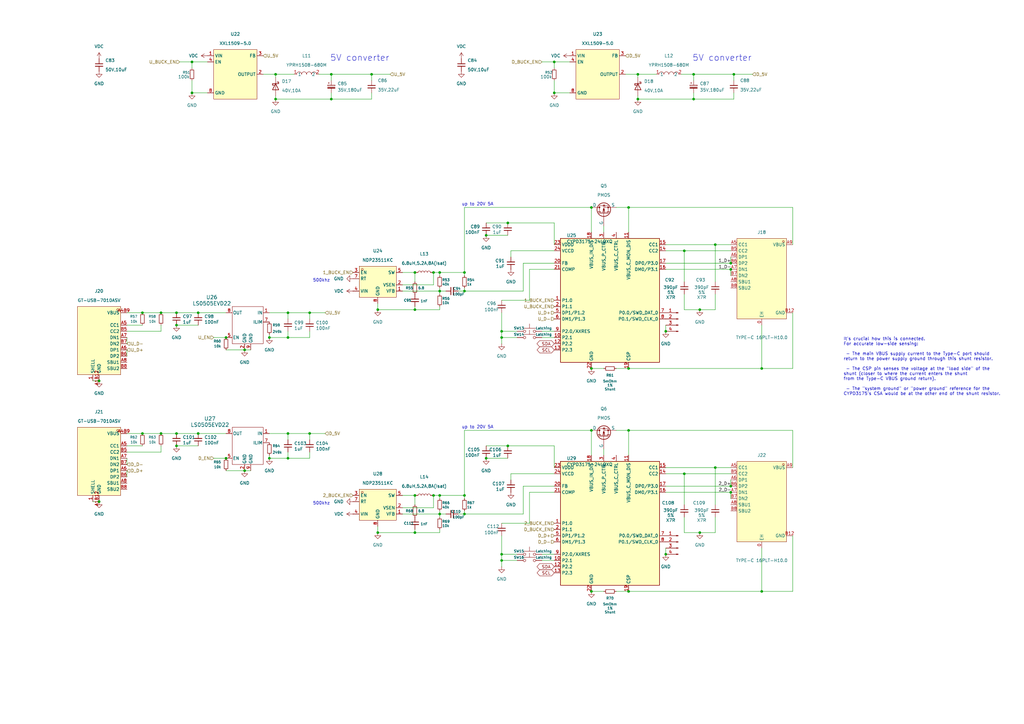
<source format=kicad_sch>
(kicad_sch (version 20250114) (generator "eeschema") (generator_version "9.0")
  (paper "A3")
  (text "up to 20V 5A" (at 202.438 175.26 0) (effects (font (size 1.27 1.27)) (justify right)))
  (text "5V converter" (at 296.164 23.876 0) (effects (font (size 2.54 2.54))))
  (text "up to 20V 5A" (at 202.438 83.82 0) (effects (font (size 1.27 1.27)) (justify right)))
  (text "500khz" (at 131.826 206.502 0) (effects (font (size 1.27 1.27))))
  (text "500khz" (at 131.826 115.062 0) (effects (font (size 1.27 1.27))))
  (text "5V converter" (at 147.574 23.876 0) (effects (font (size 2.54 2.54))))
  (text "It's crucial how this is connected.\nFor accurate low-side sensing:\n\n - The main VBUS supply current to the Type-C port should\nreturn to the power supply ground through this shunt resistor.\n\n - The CSP pin senses the voltage at the \"load side\" of the\nshunt (closer to where the current enters the shunt\nfrom the Type-C VBUS ground return).\n\n - The \"system ground\" or \"power ground\" reference for the\nCYPD3175's CSA would be at the other end of the shunt resistor." (at 345.948 150.368 0) (effects (font (size 1.27 1.27)) (justify left)))
  (junction (at 284.48 40.64))
  (junction (at 299.72 110.49))
  (junction (at 190.5 119.38))
  (junction (at 180.34 203.2))
  (junction (at 110.49 187.96))
  (junction (at 287.02 127))
  (junction (at 205.74 229.87))
  (junction (at 58.42 177.8))
  (junction (at 257.81 242.57))
  (junction (at 100.33 143.51))
  (junction (at 92.71 138.43))
  (junction (at 261.62 40.64))
  (junction (at 199.39 187.96))
  (junction (at 154.94 127))
  (junction (at 72.39 177.8))
  (junction (at 257.81 176.53))
  (junction (at 257.81 151.13))
  (junction (at 287.02 218.44))
  (junction (at 280.67 194.31))
  (junction (at 127 177.8))
  (junction (at 190.5 203.2))
  (junction (at 177.8 203.2))
  (junction (at 242.57 85.09))
  (junction (at 205.74 227.33))
  (junction (at 293.37 191.77))
  (junction (at 180.34 119.38))
  (junction (at 135.89 30.48))
  (junction (at 154.94 218.44))
  (junction (at 66.04 177.8))
  (junction (at 205.74 138.43))
  (junction (at 170.18 218.44))
  (junction (at 208.28 91.44))
  (junction (at 72.39 182.88))
  (junction (at 293.37 100.33))
  (junction (at 113.03 40.64))
  (junction (at 81.28 128.27))
  (junction (at 242.57 242.57))
  (junction (at 242.57 176.53))
  (junction (at 180.34 111.76))
  (junction (at 312.42 242.57))
  (junction (at 190.5 111.76))
  (junction (at 135.89 40.64))
  (junction (at 152.4 30.48))
  (junction (at 299.72 201.93))
  (junction (at 170.18 111.76))
  (junction (at 273.05 227.33))
  (junction (at 118.11 187.96))
  (junction (at 257.81 85.09))
  (junction (at 72.39 128.27))
  (junction (at 205.74 135.89))
  (junction (at 199.39 96.52))
  (junction (at 280.67 102.87))
  (junction (at 208.28 182.88))
  (junction (at 227.33 25.4))
  (junction (at 170.18 203.2))
  (junction (at 40.64 156.21))
  (junction (at 242.57 151.13))
  (junction (at 299.72 199.39))
  (junction (at 78.74 38.1))
  (junction (at 177.8 111.76))
  (junction (at 118.11 177.8))
  (junction (at 40.64 205.74))
  (junction (at 312.42 151.13))
  (junction (at 100.33 193.04))
  (junction (at 273.05 135.89))
  (junction (at 118.11 128.27))
  (junction (at 78.74 25.4))
  (junction (at 66.04 128.27))
  (junction (at 110.49 138.43))
  (junction (at 300.99 30.48))
  (junction (at 190.5 210.82))
  (junction (at 72.39 133.35))
  (junction (at 299.72 107.95))
  (junction (at 118.11 138.43))
  (junction (at 261.62 30.48))
  (junction (at 227.33 38.1))
  (junction (at 92.71 187.96))
  (junction (at 113.03 30.48))
  (junction (at 81.28 177.8))
  (junction (at 284.48 30.48))
  (junction (at 180.34 210.82))
  (junction (at 127 128.27))
  (junction (at 58.42 128.27))
  (junction (at 170.18 127))
  (wire (pts (xy 38.1 205.74) (xy 40.64 205.74)))
  (wire (pts (xy 170.18 127) (xy 180.34 127)))
  (wire (pts (xy 273.05 110.49) (xy 299.72 110.49)))
  (wire (pts (xy 66.04 128.27) (xy 72.39 128.27)))
  (wire (pts (xy 261.62 40.64) (xy 284.48 40.64)))
  (wire (pts (xy 205.74 138.43) (xy 212.09 138.43)))
  (wire (pts (xy 227.33 25.4) (xy 227.33 27.94)))
  (wire (pts (xy 135.89 40.64) (xy 135.89 38.1)))
  (wire (pts (xy 300.99 30.48) (xy 308.61 30.48)))
  (wire (pts (xy 170.18 203.2) (xy 170.18 207.01)))
  (wire (pts (xy 242.57 176.53) (xy 242.57 186.69)))
  (wire (pts (xy 325.12 151.13) (xy 325.12 128.27)))
  (wire (pts (xy 284.48 40.64) (xy 284.48 38.1)))
  (wire (pts (xy 177.8 116.84) (xy 177.8 111.76)))
  (wire (pts (xy 252.73 176.53) (xy 257.81 176.53)))
  (wire (pts (xy 242.57 151.13) (xy 247.65 151.13)))
  (wire (pts (xy 261.62 30.48) (xy 269.24 30.48)))
  (wire (pts (xy 133.35 128.27) (xy 127 128.27)))
  (wire (pts (xy 100.33 143.51) (xy 102.87 143.51)))
  (wire (pts (xy 177.8 208.28) (xy 177.8 203.2)))
  (wire (pts (xy 66.04 177.8) (xy 72.39 177.8)))
  (wire (pts (xy 257.81 176.53) (xy 325.12 176.53)))
  (wire (pts (xy 190.5 119.38) (xy 187.96 119.38)))
  (wire (pts (xy 217.17 110.49) (xy 217.17 123.19)))
  (wire (pts (xy 227.33 38.1) (xy 227.33 33.02)))
  (wire (pts (xy 325.12 85.09) (xy 325.12 100.33)))
  (wire (pts (xy 299.72 201.93) (xy 299.72 204.47)))
  (wire (pts (xy 217.17 123.19) (xy 205.74 123.19)))
  (wire (pts (xy 87.63 138.43) (xy 92.71 138.43)))
  (wire (pts (xy 300.99 30.48) (xy 300.99 33.02)))
  (wire (pts (xy 52.07 193.04) (xy 52.07 195.58)))
  (wire (pts (xy 133.35 177.8) (xy 127 177.8)))
  (wire (pts (xy 299.72 110.49) (xy 299.72 113.03)))
  (wire (pts (xy 273.05 107.95) (xy 299.72 107.95)))
  (wire (pts (xy 217.17 214.63) (xy 205.74 214.63)))
  (wire (pts (xy 154.94 124.46) (xy 154.94 127)))
  (wire (pts (xy 299.72 199.39) (xy 299.72 196.85)))
  (wire (pts (xy 190.5 119.38) (xy 214.63 119.38)))
  (wire (pts (xy 118.11 138.43) (xy 127 138.43)))
  (wire (pts (xy 300.99 40.64) (xy 300.99 38.1)))
  (wire (pts (xy 284.48 40.64) (xy 300.99 40.64)))
  (wire (pts (xy 152.4 30.48) (xy 152.4 33.02)))
  (wire (pts (xy 154.94 215.9) (xy 154.94 218.44)))
  (wire (pts (xy 78.74 38.1) (xy 85.09 38.1)))
  (wire (pts (xy 257.81 151.13) (xy 312.42 151.13)))
  (wire (pts (xy 205.74 229.87) (xy 212.09 229.87)))
  (wire (pts (xy 127 135.89) (xy 127 138.43)))
  (wire (pts (xy 154.94 218.44) (xy 170.18 218.44)))
  (wire (pts (xy 227.33 91.44) (xy 227.33 100.33)))
  (wire (pts (xy 208.28 91.44) (xy 227.33 91.44)))
  (wire (pts (xy 199.39 96.52) (xy 208.28 96.52)))
  (wire (pts (xy 293.37 212.09) (xy 293.37 218.44)))
  (wire (pts (xy 52.07 185.42) (xy 66.04 185.42)))
  (wire (pts (xy 130.81 30.48) (xy 135.89 30.48)))
  (wire (pts (xy 118.11 128.27) (xy 110.49 128.27)))
  (wire (pts (xy 52.07 187.96) (xy 52.07 190.5)))
  (wire (pts (xy 190.5 209.55) (xy 190.5 210.82)))
  (wire (pts (xy 205.74 135.89) (xy 212.09 135.89)))
  (wire (pts (xy 180.34 111.76) (xy 190.5 111.76)))
  (wire (pts (xy 312.42 151.13) (xy 325.12 151.13)))
  (wire (pts (xy 113.03 30.48) (xy 120.65 30.48)))
  (wire (pts (xy 110.49 138.43) (xy 118.11 138.43)))
  (wire (pts (xy 190.5 113.03) (xy 190.5 111.76)))
  (wire (pts (xy 154.94 127) (xy 170.18 127)))
  (wire (pts (xy 208.28 182.88) (xy 227.33 182.88)))
  (wire (pts (xy 118.11 185.42) (xy 118.11 187.96)))
  (wire (pts (xy 280.67 194.31) (xy 280.67 207.01)))
  (wire (pts (xy 66.04 185.42) (xy 66.04 182.88)))
  (wire (pts (xy 72.39 177.8) (xy 81.28 177.8)))
  (wire (pts (xy 325.12 242.57) (xy 325.12 219.71)))
  (wire (pts (xy 52.07 143.51) (xy 52.07 146.05)))
  (wire (pts (xy 222.25 25.4) (xy 227.33 25.4)))
  (wire (pts (xy 110.49 138.43) (xy 110.49 137.16)))
  (wire (pts (xy 190.5 85.09) (xy 242.57 85.09)))
  (wire (pts (xy 247.65 184.15) (xy 247.65 186.69)))
  (wire (pts (xy 190.5 118.11) (xy 190.5 119.38)))
  (wire (pts (xy 280.67 102.87) (xy 299.72 102.87)))
  (wire (pts (xy 100.33 193.04) (xy 102.87 193.04)))
  (wire (pts (xy 81.28 177.8) (xy 92.71 177.8)))
  (wire (pts (xy 180.34 127) (xy 180.34 125.73)))
  (wire (pts (xy 190.5 176.53) (xy 242.57 176.53)))
  (wire (pts (xy 222.25 229.87) (xy 227.33 229.87)))
  (wire (pts (xy 135.89 30.48) (xy 152.4 30.48)))
  (wire (pts (xy 257.81 176.53) (xy 257.81 186.69)))
  (wire (pts (xy 252.73 242.57) (xy 257.81 242.57)))
  (wire (pts (xy 205.74 138.43) (xy 205.74 135.89)))
  (wire (pts (xy 256.54 30.48) (xy 261.62 30.48)))
  (wire (pts (xy 87.63 187.96) (xy 92.71 187.96)))
  (wire (pts (xy 72.39 133.35) (xy 81.28 133.35)))
  (wire (pts (xy 209.55 102.87) (xy 209.55 105.41)))
  (wire (pts (xy 52.07 138.43) (xy 52.07 140.97)))
  (wire (pts (xy 261.62 40.64) (xy 261.62 39.37)))
  (wire (pts (xy 190.5 210.82) (xy 214.63 210.82)))
  (wire (pts (xy 205.74 229.87) (xy 205.74 227.33)))
  (wire (pts (xy 222.25 227.33) (xy 227.33 227.33)))
  (wire (pts (xy 58.42 128.27) (xy 66.04 128.27)))
  (wire (pts (xy 127 130.81) (xy 127 128.27)))
  (wire (pts (xy 180.34 210.82) (xy 182.88 210.82)))
  (wire (pts (xy 273.05 194.31) (xy 280.67 194.31)))
  (wire (pts (xy 180.34 203.2) (xy 190.5 203.2)))
  (wire (pts (xy 214.63 210.82) (xy 214.63 199.39)))
  (wire (pts (xy 293.37 120.65) (xy 293.37 127)))
  (wire (pts (xy 279.4 30.48) (xy 284.48 30.48)))
  (wire (pts (xy 252.73 151.13) (xy 257.81 151.13)))
  (wire (pts (xy 205.74 135.89) (xy 205.74 128.27)))
  (wire (pts (xy 180.34 119.38) (xy 180.34 120.65)))
  (wire (pts (xy 205.74 232.41) (xy 205.74 229.87)))
  (wire (pts (xy 227.33 182.88) (xy 227.33 191.77)))
  (wire (pts (xy 257.81 85.09) (xy 257.81 95.25)))
  (wire (pts (xy 280.67 212.09) (xy 280.67 218.44)))
  (wire (pts (xy 209.55 194.31) (xy 209.55 196.85)))
  (wire (pts (xy 205.74 140.97) (xy 205.74 138.43)))
  (wire (pts (xy 52.07 133.35) (xy 58.42 133.35)))
  (wire (pts (xy 273.05 199.39) (xy 299.72 199.39)))
  (wire (pts (xy 127 128.27) (xy 118.11 128.27)))
  (wire (pts (xy 170.18 218.44) (xy 170.18 217.17)))
  (wire (pts (xy 199.39 182.88) (xy 208.28 182.88)))
  (wire (pts (xy 38.1 156.21) (xy 40.64 156.21)))
  (wire (pts (xy 293.37 100.33) (xy 293.37 115.57)))
  (wire (pts (xy 52.07 128.27) (xy 58.42 128.27)))
  (wire (pts (xy 325.12 176.53) (xy 325.12 191.77)))
  (wire (pts (xy 118.11 187.96) (xy 127 187.96)))
  (wire (pts (xy 127 177.8) (xy 118.11 177.8)))
  (wire (pts (xy 293.37 191.77) (xy 299.72 191.77)))
  (wire (pts (xy 170.18 111.76) (xy 170.18 115.57)))
  (wire (pts (xy 227.33 38.1) (xy 233.68 38.1)))
  (wire (pts (xy 180.34 111.76) (xy 180.34 113.03)))
  (wire (pts (xy 273.05 102.87) (xy 280.67 102.87)))
  (wire (pts (xy 118.11 180.34) (xy 118.11 177.8)))
  (wire (pts (xy 209.55 102.87) (xy 227.33 102.87)))
  (wire (pts (xy 214.63 119.38) (xy 214.63 107.95)))
  (wire (pts (xy 110.49 187.96) (xy 110.49 186.69)))
  (wire (pts (xy 190.5 203.2) (xy 190.5 176.53)))
  (wire (pts (xy 152.4 30.48) (xy 160.02 30.48)))
  (wire (pts (xy 127 180.34) (xy 127 177.8)))
  (wire (pts (xy 284.48 30.48) (xy 300.99 30.48)))
  (wire (pts (xy 293.37 218.44) (xy 287.02 218.44)))
  (wire (pts (xy 180.34 118.11) (xy 180.34 119.38)))
  (wire (pts (xy 52.07 135.89) (xy 66.04 135.89)))
  (wire (pts (xy 127 185.42) (xy 127 187.96)))
  (wire (pts (xy 180.34 218.44) (xy 180.34 217.17)))
  (wire (pts (xy 78.74 25.4) (xy 78.74 27.94)))
  (wire (pts (xy 273.05 201.93) (xy 299.72 201.93)))
  (wire (pts (xy 280.67 120.65) (xy 280.67 127)))
  (wire (pts (xy 170.18 127) (xy 170.18 125.73)))
  (wire (pts (xy 299.72 107.95) (xy 299.72 105.41)))
  (wire (pts (xy 165.1 210.82) (xy 180.34 210.82)))
  (wire (pts (xy 247.65 92.71) (xy 247.65 95.25)))
  (wire (pts (xy 113.03 31.75) (xy 113.03 30.48)))
  (wire (pts (xy 214.63 199.39) (xy 227.33 199.39)))
  (wire (pts (xy 252.73 85.09) (xy 257.81 85.09)))
  (wire (pts (xy 293.37 191.77) (xy 293.37 207.01)))
  (wire (pts (xy 312.42 224.79) (xy 312.42 242.57)))
  (wire (pts (xy 190.5 111.76) (xy 190.5 85.09)))
  (wire (pts (xy 58.42 177.8) (xy 66.04 177.8)))
  (wire (pts (xy 78.74 38.1) (xy 78.74 33.02)))
  (wire (pts (xy 92.71 143.51) (xy 100.33 143.51)))
  (wire (pts (xy 273.05 224.79) (xy 273.05 227.33)))
  (wire (pts (xy 190.5 204.47) (xy 190.5 203.2)))
  (wire (pts (xy 261.62 31.75) (xy 261.62 30.48)))
  (wire (pts (xy 92.71 193.04) (xy 100.33 193.04)))
  (wire (pts (xy 280.67 218.44) (xy 287.02 218.44)))
  (wire (pts (xy 177.8 203.2) (xy 180.34 203.2)))
  (wire (pts (xy 227.33 25.4) (xy 233.68 25.4)))
  (wire (pts (xy 280.67 102.87) (xy 280.67 115.57)))
  (wire (pts (xy 110.49 187.96) (xy 118.11 187.96)))
  (wire (pts (xy 118.11 135.89) (xy 118.11 138.43)))
  (wire (pts (xy 190.5 210.82) (xy 187.96 210.82)))
  (wire (pts (xy 217.17 201.93) (xy 217.17 214.63)))
  (wire (pts (xy 118.11 130.81) (xy 118.11 128.27)))
  (wire (pts (xy 152.4 40.64) (xy 152.4 38.1)))
  (wire (pts (xy 205.74 227.33) (xy 205.74 219.71)))
  (wire (pts (xy 113.03 40.64) (xy 135.89 40.64)))
  (wire (pts (xy 217.17 201.93) (xy 227.33 201.93)))
  (wire (pts (xy 222.25 138.43) (xy 227.33 138.43)))
  (wire (pts (xy 280.67 127) (xy 287.02 127)))
  (wire (pts (xy 214.63 107.95) (xy 227.33 107.95)))
  (wire (pts (xy 165.1 116.84) (xy 177.8 116.84)))
  (wire (pts (xy 180.34 119.38) (xy 182.88 119.38)))
  (wire (pts (xy 78.74 25.4) (xy 85.09 25.4)))
  (wire (pts (xy 81.28 128.27) (xy 92.71 128.27)))
  (wire (pts (xy 284.48 33.02) (xy 284.48 30.48)))
  (wire (pts (xy 209.55 194.31) (xy 227.33 194.31)))
  (wire (pts (xy 312.42 242.57) (xy 325.12 242.57)))
  (wire (pts (xy 165.1 111.76) (xy 170.18 111.76)))
  (wire (pts (xy 180.34 203.2) (xy 180.34 204.47)))
  (wire (pts (xy 113.03 40.64) (xy 113.03 39.37)))
  (wire (pts (xy 312.42 133.35) (xy 312.42 151.13)))
  (wire (pts (xy 180.34 209.55) (xy 180.34 210.82)))
  (wire (pts (xy 107.95 30.48) (xy 113.03 30.48)))
  (wire (pts (xy 273.05 133.35) (xy 273.05 135.89)))
  (wire (pts (xy 273.05 191.77) (xy 293.37 191.77)))
  (wire (pts (xy 170.18 218.44) (xy 180.34 218.44)))
  (wire (pts (xy 293.37 127) (xy 287.02 127)))
  (wire (pts (xy 165.1 208.28) (xy 177.8 208.28)))
  (wire (pts (xy 205.74 227.33) (xy 212.09 227.33)))
  (wire (pts (xy 242.57 242.57) (xy 247.65 242.57)))
  (wire (pts (xy 242.57 85.09) (xy 242.57 95.25)))
  (wire (pts (xy 217.17 110.49) (xy 227.33 110.49)))
  (wire (pts (xy 257.81 242.57) (xy 312.42 242.57)))
  (wire (pts (xy 52.07 182.88) (xy 58.42 182.88)))
  (wire (pts (xy 180.34 210.82) (xy 180.34 212.09)))
  (wire (pts (xy 280.67 194.31) (xy 299.72 194.31)))
  (wire (pts (xy 135.89 40.64) (xy 152.4 40.64)))
  (wire (pts (xy 72.39 128.27) (xy 81.28 128.27)))
  (wire (pts (xy 118.11 177.8) (xy 110.49 177.8)))
  (wire (pts (xy 273.05 100.33) (xy 293.37 100.33)))
  (wire (pts (xy 135.89 33.02) (xy 135.89 30.48)))
  (wire (pts (xy 293.37 100.33) (xy 299.72 100.33)))
  (wire (pts (xy 73.66 25.4) (xy 78.74 25.4)))
  (wire (pts (xy 257.81 85.09) (xy 325.12 85.09)))
  (wire (pts (xy 72.39 182.88) (xy 81.28 182.88)))
  (wire (pts (xy 165.1 203.2) (xy 170.18 203.2)))
  (wire (pts (xy 199.39 187.96) (xy 208.28 187.96)))
  (wire (pts (xy 165.1 119.38) (xy 180.34 119.38)))
  (wire (pts (xy 177.8 111.76) (xy 180.34 111.76)))
  (wire (pts (xy 66.04 135.89) (xy 66.04 133.35)))
  (wire (pts (xy 52.07 177.8) (xy 58.42 177.8)))
  (wire (pts (xy 222.25 135.89) (xy 227.33 135.89)))
  (wire (pts (xy 199.39 91.44) (xy 208.28 91.44)))
  (label "2_D-" (at 294.724 201.93 0))
  (label "1_D-" (at 294.724 110.49 0))
  (label "1_D+" (at 294.64 107.95 0))
  (label "2_D+" (at 294.64 199.39 0))
  (global_label "SDA" (shape bidirectional) (at 227.33 232.41 180) (property "Intersheetrefs" "${INTERSHEET_REFS}" (effects (hide yes))))
  (global_label "SCL" (shape bidirectional) (at 227.33 143.51 180) (property "Intersheetrefs" "${INTERSHEET_REFS}" (effects (hide yes))))
  (global_label "SCL" (shape bidirectional) (at 227.33 234.95 180) (property "Intersheetrefs" "${INTERSHEET_REFS}" (effects (hide yes))))
  (global_label "SDA" (shape bidirectional) (at 227.33 140.97 180) (property "Intersheetrefs" "${INTERSHEET_REFS}" (effects (hide yes))))
  (hierarchical_label "D_BUCK_EN" (shape input) (at 222.25 25.4 180))
  (hierarchical_label "U_5V" (shape input) (at 160.02 30.48 0))
  (hierarchical_label "D_D+" (shape input) (at 227.33 219.71 180))
  (hierarchical_label "D_5V" (shape input) (at 256.54 22.86 0))
  (hierarchical_label "U_D+" (shape input) (at 227.33 128.27 180))
  (hierarchical_label "U_D+" (shape input) (at 52.07 143.51 0))
  (hierarchical_label "U_5V" (shape input) (at 133.35 128.27 0))
  (hierarchical_label "1_BUCK_EN" (shape input) (at 227.33 123.19 180))
  (hierarchical_label "U_BUCK_EN" (shape input) (at 227.33 125.73 180))
  (hierarchical_label "U_D-" (shape input) (at 227.33 130.81 180))
  (hierarchical_label "2_BUCK_EN" (shape input) (at 227.33 214.63 180))
  (hierarchical_label "U_EN" (shape input) (at 87.63 138.43 180))
  (hierarchical_label "D_BUCK_EN" (shape input) (at 227.33 217.17 180))
  (hierarchical_label "D_5V" (shape input) (at 308.61 30.48 0))
  (hierarchical_label "D_D+" (shape input) (at 52.07 193.04 0))
  (hierarchical_label "U_D-" (shape input) (at 52.07 140.97 0))
  (hierarchical_label "U_5V" (shape input) (at 107.95 22.86 0))
  (hierarchical_label "D_D-" (shape input) (at 227.33 222.25 180))
  (hierarchical_label "D_D-" (shape input) (at 52.07 190.5 0))
  (hierarchical_label "2_BUCK_EN" (shape input) (at 144.78 203.2 180))
  (hierarchical_label "1_BUCK_EN" (shape input) (at 144.78 111.76 180))
  (hierarchical_label "D_5V" (shape input) (at 133.35 177.8 0))
  (hierarchical_label "U_BUCK_EN" (shape input) (at 73.66 25.4 180))
  (hierarchical_label "D_EN" (shape input) (at 87.63 187.96 180))
  (symbol (lib_id "Device:C_Small") (at 152.4 35.56 0) (unit 1)
    (property "Reference" "C86" (at 154.94 33.02 0) (effects (justify left)))
    (property "Value" "35V,22uF" (at 154.94 36.83 0) (effects (justify left)))
    (property "Footprint" "Capacitor_SMD:C_0805_2012Metric_Pad1.18x1.45mm_HandSolder" (effects (hide yes)))
    (property "Description" "Unpolarized capacitor, small symbol" (effects (hide yes)))
  )
  (symbol (lib_id "Device:C_Small") (at 205.74 217.17 0) (mirror y) (unit 1)
    (property "Reference" "C112" (at 199.644 215.9 0) (effects (justify right)))
    (property "Value" "100nF" (at 198.628 218.44 0) (effects (justify right)))
    (property "Footprint" "Capacitor_SMD:C_0201_0603Metric_Pad0.64x0.40mm_HandSolder" (effects (hide yes)))
    (property "Description" "Unpolarized capacitor, small symbol" (effects (hide yes)))
  )
  (symbol (lib_id "Device:L") (at 173.99 203.2 90) (unit 1)
    (property "Reference" "L14" (at 173.99 195.58 90))
    (property "Value" "6.8uH,5.2A,8A(Isat)" (at 173.99 199.39 90))
    (property "Footprint" "easyeda2kicad:IND-SMD_L8.0-W8.0-1" (effects (hide yes)))
    (property "Description" "Inductor" (effects (hide yes)))
  )
  (symbol (lib_id "power:GND") (at 110.49 187.96 0) (mirror y) (unit 1)
    (property "Reference" "#PWR0151" (effects (hide yes)))
    (property "Value" "GND" (at 110.49 193.04 0))
    (property "Description" "Power symbol creates a global label with name \"GND\" , ground" (effects (hide yes)))
  )
  (symbol (lib_id "Device:C_Small") (at 40.64 26.67 0) (unit 1)
    (property "Reference" "C83" (at 43.18 24.7712 0) (effects (justify left)))
    (property "Value" "50V,10uF" (at 43.18 28.5812 0) (effects (justify left)))
    (property "Footprint" "Capacitor_SMD:C_1206_3216Metric_Pad1.33x1.80mm_HandSolder" (effects (hide yes)))
    (property "Description" "Unpolarized capacitor, small symbol" (effects (hide yes)))
  )
  (symbol (lib_id "power:VDC") (at 40.64 24.13 0) (unit 1)
    (property "Reference" "#PWR0129" (effects (hide yes)))
    (property "Value" "VDC" (at 40.64 19.05 0))
    (property "Description" "Power symbol creates a global label with name \"VDC\"" (effects (hide yes)))
  )
  (symbol (lib_id "power:GND") (at 100.33 143.51 0) (mirror y) (unit 1)
    (property "Reference" "#PWR0147" (effects (hide yes)))
    (property "Value" "GND" (at 100.33 148.59 0))
    (property "Description" "Power symbol creates a global label with name \"GND\" , ground" (effects (hide yes)))
  )
  (symbol (lib_id "Device:R_Small") (at 58.42 130.81 0) (mirror y) (unit 1)
    (property "Reference" "R57" (at 56.388 129.7941 0) (effects (font (size 1.016 1.016)) (justify left)))
    (property "Value" "10k" (at 56.388 131.826 0) (effects (font (size 1.016 1.016)) (justify left)))
    (property "Footprint" "Resistor_SMD:R_0402_1005Metric_Pad0.72x0.64mm_HandSolder" (effects (hide yes)))
    (property "Description" "Resistor, small symbol" (effects (hide yes)))
  )
  (symbol (lib_id "power:GND") (at 227.33 38.1 0) (mirror y) (unit 1)
    (property "Reference" "#PWR0134" (effects (hide yes)))
    (property "Value" "GND" (at 227.33 43.18 0))
    (property "Description" "Power symbol creates a global label with name \"GND\" , ground" (effects (hide yes)))
  )
  (symbol (lib_id "power:GND") (at 72.39 182.88 0) (unit 1)
    (property "Reference" "#PWR0150" (effects (hide yes)))
    (property "Value" "GND" (at 72.39 187.96 0))
    (property "Description" "Power symbol creates a global label with name \"GND\" , ground" (effects (hide yes)))
  )
  (symbol (lib_id "Device:C_Small") (at 199.39 93.98 0) (mirror x) (unit 1)
    (property "Reference" "C89" (at 196.85 92.964 0) (effects (justify right)))
    (property "Value" "100nF" (at 196.85 95.25 0) (effects (justify right)))
    (property "Footprint" "Capacitor_SMD:C_0201_0603Metric_Pad0.64x0.40mm_HandSolder" (effects (hide yes)))
    (property "Description" "Unpolarized capacitor, small symbol" (effects (hide yes)))
  )
  (symbol (lib_id "easyeda2kicad:NDP23511KC") (at 154.94 115.57 0) (unit 1)
    (property "Reference" "U24" (at 154.94 102.87 0))
    (property "Value" "NDP23511KC" (at 154.94 106.68 0))
    (property "Footprint" "easyeda2kicad:SOP-8_L4.9-W3.9-P1.27-LS6.0-BL" (effects (hide yes)))
    (property "LCSC Part" "C17702285" (effects (hide yes)))
  )
  (symbol (lib_id "Device:R_Small") (at 66.04 130.81 0) (mirror y) (unit 1)
    (property "Reference" "R58" (at 64.008 129.7941 0) (effects (font (size 1.016 1.016)) (justify left)))
    (property "Value" "10k" (at 64.008 131.826 0) (effects (font (size 1.016 1.016)) (justify left)))
    (property "Footprint" "Resistor_SMD:R_0402_1005Metric_Pad0.72x0.64mm_HandSolder" (effects (hide yes)))
    (property "Description" "Resistor, small symbol" (effects (hide yes)))
  )
  (symbol (lib_id "Switch:SW_Push") (at 217.17 227.33 0) (unit 1) (on_board no)
    (property "Reference" "SW15" (at 212.852 226.06 0) (effects (font (size 1.016 1.016))))
    (property "Value" "Latching" (at 223.012 226.06 0) (effects (font (size 1.016 1.016))))
    (property "Footprint" "easyeda2kicad:SW-TH_6P-L8.0-W8.0-P2.50" (effects (hide yes)))
    (property "Description" "Push button switch, generic, two pins" (effects (hide yes)))
  )
  (symbol (lib_id "easyeda2kicad:GT-USB-7010ASV") (at 39.37 143.51 0) (mirror y) (unit 1)
    (property "Reference" "J20" (at 40.64 119.38 0))
    (property "Value" "GT-USB-7010ASV" (at 40.64 123.19 0))
    (property "Footprint" "easyeda2kicad:USB-C-SMD_G-SWITCH_GT-USB-7010ASV" (effects (hide yes)))
    (property "LCSC Part" "C2988369" (effects (hide yes)))
    (instances (project "" (path "" (reference "J20") (unit 1)) (path "" (reference "J35") (unit 1))))
  )
  (symbol (lib_id "Device:C_Small") (at 199.39 185.42 0) (mirror x) (unit 1)
    (property "Reference" "C105" (at 196.85 184.404 0) (effects (justify right)))
    (property "Value" "100nF" (at 196.85 186.69 0) (effects (justify right)))
    (property "Footprint" "Capacitor_SMD:C_0201_0603Metric_Pad0.64x0.40mm_HandSolder" (effects (hide yes)))
    (property "Description" "Unpolarized capacitor, small symbol" (effects (hide yes)))
  )
  (symbol (lib_id "Switch:SW_Push") (at 217.17 135.89 0) (unit 1) (on_board no)
    (property "Reference" "SW13" (at 212.852 134.62 0) (effects (font (size 1.016 1.016))))
    (property "Value" "Latching" (at 223.012 134.62 0) (effects (font (size 1.016 1.016))))
    (property "Footprint" "easyeda2kicad:SW-TH_6P-L8.0-W8.0-P2.50" (effects (hide yes)))
    (property "Description" "Push button switch, generic, two pins" (effects (hide yes)))
  )
  (symbol (lib_id "Device:C_Small") (at 300.99 35.56 0) (unit 1)
    (property "Reference" "C88" (at 303.53 33.02 0) (effects (justify left)))
    (property "Value" "35V,22uF" (at 303.53 36.83 0) (effects (justify left)))
    (property "Footprint" "Capacitor_SMD:C_0805_2012Metric_Pad1.18x1.45mm_HandSolder" (effects (hide yes)))
    (property "Description" "Unpolarized capacitor, small symbol" (effects (hide yes)))
  )
  (symbol (lib_id "power:GND") (at 78.74 38.1 0) (mirror y) (unit 1)
    (property "Reference" "#PWR0133" (effects (hide yes)))
    (property "Value" "GND" (at 78.74 43.18 0))
    (property "Description" "Power symbol creates a global label with name \"GND\" , ground" (effects (hide yes)))
  )
  (symbol (lib_id "Simulation_SPICE:PMOS") (at 247.65 179.07 90) (unit 1)
    (property "Reference" "Q6" (at 247.65 167.64 90))
    (property "Value" "PMOS" (at 247.65 171.45 90))
    (property "Footprint" "easyeda2kicad:PDFN-8_L5.2-W5.9-P1.27-LS6.2-BL" (effects (hide yes)))
    (property "Datasheet" "https://ngspice.sourceforge.io/docs/ngspice-html-manual/manual.xhtml#cha_MOSFETs" (effects (hide yes)))
    (property "Description" "P-MOSFET transistor, drain/source/gate" (effects (hide yes)))
    (property "Sim.Device" "PMOS" (effects (hide yes)))
    (property "Sim.Type" "VDMOS" (effects (hide yes)))
    (property "Sim.Pins" "1=D 2=G 3=S" (effects (hide yes)))
  )
  (symbol (lib_id "power:GND") (at 199.39 187.96 0) (unit 1)
    (property "Reference" "#PWR0152" (effects (hide yes)))
    (property "Value" "GND" (at 199.39 193.04 0))
    (property "Description" "Power symbol creates a global label with name \"GND\" , ground" (effects (hide yes)))
  )
  (symbol (lib_id "power:VDC") (at 189.23 24.13 0) (unit 1)
    (property "Reference" "#PWR0130" (effects (hide yes)))
    (property "Value" "VDC" (at 189.23 19.05 0))
    (property "Description" "Power symbol creates a global label with name \"VDC\"" (effects (hide yes)))
  )
  (symbol (lib_id "power:GND") (at 144.78 114.3 270) (unit 1)
    (property "Reference" "#PWR0139" (effects (hide yes)))
    (property "Value" "GND" (at 140.97 114.2999 90) (effects (justify right)))
    (property "Description" "Power symbol creates a global label with name \"GND\" , ground" (effects (hide yes)))
  )
  (symbol (lib_id "power:GND") (at 242.57 151.13 0) (unit 1)
    (property "Reference" "#PWR0148" (effects (hide yes)))
    (property "Value" "GND" (at 242.57 156.21 0))
    (property "Description" "Power symbol creates a global label with name \"GND\" , ground" (effects (hide yes)))
  )
  (symbol (lib_id "Device:C_Small") (at 170.18 123.19 0) (unit 1)
    (property "Reference" "C95" (at 165.608 123.19 0) (effects (font (size 1.016 1.016)) (justify left)))
    (property "Value" "1nF" (at 172.466 123.444 0) (effects (font (size 1.016 1.016)) (justify left)))
    (property "Footprint" "Capacitor_SMD:C_0201_0603Metric_Pad0.64x0.40mm_HandSolder" (effects (hide yes)))
    (property "Description" "Unpolarized capacitor, small symbol" (effects (hide yes)))
  )
  (symbol (lib_id "Device:R_Small") (at 92.71 140.97 0) (mirror y) (unit 1)
    (property "Reference" "R60" (at 90.678 139.9541 0) (effects (font (size 1.016 1.016)) (justify left)))
    (property "Value" "10k" (at 90.678 141.986 0) (effects (font (size 1.016 1.016)) (justify left)))
    (property "Footprint" "Resistor_SMD:R_0402_1005Metric_Pad0.72x0.64mm_HandSolder" (effects (hide yes)))
    (property "Description" "Resistor, small symbol" (effects (hide yes)))
  )
  (symbol (lib_id "Device:C_Small") (at 72.39 130.81 180) (unit 1)
    (property "Reference" "C97" (at 74.93 129.794 0) (effects (justify right)))
    (property "Value" "1uF" (at 74.93 132.08 0) (effects (justify right)))
    (property "Footprint" "Capacitor_SMD:C_0402_1005Metric_Pad0.74x0.62mm_HandSolder" (effects (hide yes)))
    (property "Description" "Unpolarized capacitor, small symbol" (effects (hide yes)))
  )
  (symbol (lib_id "Device:C_Small") (at 208.28 93.98 0) (mirror x) (unit 1)
    (property "Reference" "C90" (at 205.74 92.964 0) (effects (justify right)))
    (property "Value" "1uF" (at 205.74 95.25 0) (effects (justify right)))
    (property "Footprint" "Capacitor_SMD:C_0402_1005Metric_Pad0.74x0.62mm_HandSolder" (effects (hide yes)))
    (property "Description" "Unpolarized capacitor, small symbol" (effects (hide yes)))
  )
  (symbol (lib_id "power:GND") (at 205.74 140.97 0) (unit 1)
    (property "Reference" "#PWR0142" (effects (hide yes)))
    (property "Value" "GND" (at 205.74 146.05 0))
    (property "Description" "Power symbol creates a global label with name \"GND\" , ground" (effects (hide yes)))
  )
  (symbol (lib_id "Device:C_Small") (at 189.23 26.67 0) (unit 1)
    (property "Reference" "C84" (at 191.77 24.7712 0) (effects (justify left)))
    (property "Value" "50V,10uF" (at 191.77 28.5812 0) (effects (justify left)))
    (property "Footprint" "Capacitor_SMD:C_1206_3216Metric_Pad1.33x1.80mm_HandSolder" (effects (hide yes)))
    (property "Description" "Unpolarized capacitor, small symbol" (effects (hide yes)))
  )
  (symbol (lib_id "Device:L") (at 173.99 111.76 90) (unit 1)
    (property "Reference" "L13" (at 173.99 104.14 90))
    (property "Value" "6.8uH,5.2A,8A(Isat)" (at 173.99 107.95 90))
    (property "Footprint" "easyeda2kicad:IND-SMD_L8.0-W8.0-1" (effects (hide yes)))
    (property "Description" "Inductor" (effects (hide yes)))
  )
  (symbol (lib_id "Device:R_Small") (at 78.74 30.48 180) (unit 1)
    (property "Reference" "R51" (at 76.454 29.718 0) (effects (font (size 1.016 1.016))))
    (property "Value" "100k" (at 75.438 31.496 0))
    (property "Footprint" "Resistor_SMD:R_0402_1005Metric_Pad0.72x0.64mm_HandSolder" (effects (hide yes)))
    (property "Description" "Resistor, small symbol" (effects (hide yes)))
  )
  (symbol (lib_id "power:GND") (at 40.64 156.21 0) (mirror y) (unit 1)
    (property "Reference" "#PWR0149" (effects (hide yes)))
    (property "Value" "GND" (at 40.64 161.29 0))
    (property "Description" "Power symbol creates a global label with name \"GND\" , ground" (effects (hide yes)))
  )
  (symbol (lib_id "power:GND") (at 144.78 205.74 270) (unit 1)
    (property "Reference" "#PWR0156" (effects (hide yes)))
    (property "Value" "GND" (at 140.97 205.7399 90) (effects (justify right)))
    (property "Description" "Power symbol creates a global label with name \"GND\" , ground" (effects (hide yes)))
  )
  (symbol (lib_id "Device:R_Small") (at 180.34 207.01 0) (unit 1)
    (property "Reference" "R66" (at 181.356 206.248 0) (effects (font (size 1.016 1.016)) (justify left)))
    (property "Value" "40k" (at 181.356 208.026 0) (effects (font (size 1.016 1.016)) (justify left)))
    (property "Footprint" "Resistor_SMD:R_0603_1608Metric_Pad0.98x0.95mm_HandSolder" (effects (hide yes)))
    (property "Description" "Resistor, small symbol" (effects (hide yes)))
  )
  (symbol (lib_id "Device:C_Small") (at 127 182.88 180) (unit 1)
    (property "Reference" "C104" (at 129.54 181.864 0) (effects (justify right)))
    (property "Value" "100nF" (at 129.54 184.15 0) (effects (justify right)))
    (property "Footprint" "Capacitor_SMD:C_0201_0603Metric_Pad0.64x0.40mm_HandSolder" (effects (hide yes)))
    (property "Description" "Unpolarized capacitor, small symbol" (effects (hide yes)))
  )
  (symbol (lib_id "Device:C_Small") (at 280.67 209.55 0) (mirror y) (unit 1)
    (property "Reference" "C108" (at 276.606 206.248 0) (effects (justify left)))
    (property "Value" "390pF\n5%\nX7R" (at 278.13 211.328 0) (effects (justify left)))
    (property "Footprint" "Capacitor_SMD:C_0603_1608Metric_Pad1.08x0.95mm_HandSolder" (effects (hide yes)))
    (property "Description" "Unpolarized capacitor, small symbol" (effects (hide yes)))
  )
  (symbol (lib_id "Device:C_Small") (at 209.55 199.39 0) (mirror x) (unit 1)
    (property "Reference" "C107" (at 207.01 198.374 0) (effects (justify right)))
    (property "Value" "1uF" (at 207.01 200.66 0) (effects (justify right)))
    (property "Footprint" "Capacitor_SMD:C_0402_1005Metric_Pad0.74x0.62mm_HandSolder" (effects (hide yes)))
    (property "Description" "Unpolarized capacitor, small symbol" (effects (hide yes)))
  )
  (symbol (lib_id "Device:C_Polarized_Small") (at 284.48 35.56 0) (unit 1)
    (property "Reference" "C87" (at 287.02 34.29 0) (effects (justify left)))
    (property "Value" "35V,180uF" (at 287.02 36.9188 0) (effects (justify left)))
    (property "Footprint" "Capacitor_THT:CP_Radial_D8.0mm_P5.00mm" (effects (hide yes)))
    (property "Description" "Polarized capacitor, small symbol" (effects (hide yes)))
  )
  (symbol (lib_id "Device:C_Small") (at 205.74 125.73 0) (mirror y) (unit 1)
    (property "Reference" "C96" (at 199.644 124.46 0) (effects (justify right)))
    (property "Value" "100nF" (at 198.628 127 0) (effects (justify right)))
    (property "Footprint" "Capacitor_SMD:C_0201_0603Metric_Pad0.64x0.40mm_HandSolder" (effects (hide yes)))
    (property "Description" "Unpolarized capacitor, small symbol" (effects (hide yes)))
  )
  (symbol (lib_id "Device:R_Small") (at 190.5 207.01 0) (unit 1)
    (property "Reference" "R67" (at 191.516 206.248 0) (effects (font (size 1.016 1.016)) (justify left)))
    (property "Value" "1k" (at 191.516 208.026 0) (effects (font (size 1.016 1.016)) (justify left)))
    (property "Footprint" "Resistor_SMD:R_0402_1005Metric_Pad0.72x0.64mm_HandSolder" (effects (hide yes)))
    (property "Description" "Resistor, small symbol" (effects (hide yes)))
  )
  (symbol (lib_id "power:VDC") (at 233.68 22.86 90) (unit 1)
    (property "Reference" "#PWR0128" (effects (hide yes)))
    (property "Value" "VDC" (at 229.87 22.8599 90) (effects (justify left)))
    (property "Description" "Power symbol creates a global label with name \"VDC\"" (effects (hide yes)))
  )
  (symbol (lib_id "LS0505EVD22:LS0505EVD22") (at 115.57 177.8 0) (mirror y) (unit 1)
    (property "Reference" "U27" (at 86.106 171.704 0) (effects (font (size 1.524 1.524))))
    (property "Value" "LS0505EVD22" (at 86.106 174.244 0) (effects (font (size 1.524 1.524))))
    (property "Footprint" "LS0505EVD22:LS0505EVD22_LTF" (effects (hide yes)))
    (property "Datasheet" "LS0505EVD22" (effects (hide yes)))
  )
  (symbol (lib_id "Device:D_Schottky") (at 261.62 35.56 270) (unit 1)
    (property "Reference" "D18" (at 264.16 33.3374 90) (effects (justify left)))
    (property "Value" "40V,10A" (at 264.16 37.1474 90) (effects (justify left)))
    (property "Footprint" "Diode_SMD:D_SMB_Handsoldering" (effects (hide yes)))
    (property "Description" "Schottky diode" (effects (hide yes)))
  )
  (symbol (lib_id "Device:R_Small") (at 170.18 118.11 0) (unit 1)
    (property "Reference" "R55" (at 166.37 118.11 0) (effects (font (size 1.016 1.016)) (justify left)))
    (property "Value" "6.8" (at 171.45 118.11 0) (effects (font (size 1.016 1.016)) (justify left)))
    (property "Footprint" "Resistor_SMD:R_0402_1005Metric_Pad0.72x0.64mm_HandSolder" (effects (hide yes)))
    (property "Description" "Resistor, small symbol" (effects (hide yes)))
  )
  (symbol (lib_id "Device:R_Small") (at 110.49 184.15 0) (unit 1)
    (property "Reference" "R64" (at 111.76 182.88 0) (effects (font (size 1.016 1.016)) (justify left)))
    (property "Value" "249k" (at 111.76 185.547 0) (effects (font (size 1.016 1.016)) (justify left)))
    (property "Footprint" "Resistor_SMD:R_0402_1005Metric_Pad0.72x0.64mm_HandSolder" (effects (hide yes)))
    (property "Description" "Resistor, small symbol" (effects (hide yes)))
  )
  (symbol (lib_id "Device:R_Small") (at 190.5 115.57 0) (unit 1)
    (property "Reference" "R54" (at 191.516 114.808 0) (effects (font (size 1.016 1.016)) (justify left)))
    (property "Value" "1k" (at 191.516 116.586 0) (effects (font (size 1.016 1.016)) (justify left)))
    (property "Footprint" "Resistor_SMD:R_0402_1005Metric_Pad0.72x0.64mm_HandSolder" (effects (hide yes)))
    (property "Description" "Resistor, small symbol" (effects (hide yes)))
  )
  (symbol (lib_id "power:GND") (at 287.02 218.44 0) (unit 1)
    (property "Reference" "#PWR0158" (effects (hide yes)))
    (property "Value" "GND" (at 287.02 223.52 0))
    (property "Description" "Power symbol creates a global label with name \"GND\" , ground" (effects (hide yes)))
  )
  (symbol (lib_id "Device:R_Small") (at 170.18 209.55 0) (unit 1)
    (property "Reference" "R68" (at 166.37 209.55 0) (effects (font (size 1.016 1.016)) (justify left)))
    (property "Value" "6.8" (at 171.45 209.55 0) (effects (font (size 1.016 1.016)) (justify left)))
    (property "Footprint" "Resistor_SMD:R_0402_1005Metric_Pad0.72x0.64mm_HandSolder" (effects (hide yes)))
    (property "Description" "Resistor, small symbol" (effects (hide yes)))
  )
  (symbol (lib_id "Device:C_Polarized_Small") (at 135.89 35.56 0) (unit 1)
    (property "Reference" "C85" (at 138.43 34.29 0) (effects (justify left)))
    (property "Value" "35V,180uF" (at 138.43 36.9188 0) (effects (justify left)))
    (property "Footprint" "Capacitor_THT:CP_Radial_D8.0mm_P5.00mm" (effects (hide yes)))
    (property "Description" "Polarized capacitor, small symbol" (effects (hide yes)))
  )
  (symbol (lib_id "power:GND") (at 154.94 127 0) (unit 1)
    (property "Reference" "#PWR0140" (effects (hide yes)))
    (property "Value" "GND" (at 154.94 132.08 0))
    (property "Description" "Power symbol creates a global label with name \"GND\" , ground" (effects (hide yes)))
  )
  (symbol (lib_id "power:VDC") (at 144.78 210.82 90) (unit 1)
    (property "Reference" "#PWR0280" (effects (hide yes)))
    (property "Value" "VDC" (at 140.97 210.8199 90) (effects (justify left)))
    (property "Description" "Power symbol creates a global label with name \"VDC\"" (effects (hide yes)))
  )
  (symbol (lib_id "power:GND") (at 154.94 218.44 0) (unit 1)
    (property "Reference" "#PWR0157" (effects (hide yes)))
    (property "Value" "GND" (at 154.94 223.52 0))
    (property "Description" "Power symbol creates a global label with name \"GND\" , ground" (effects (hide yes)))
  )
  (symbol (lib_id "Device:C_Small") (at 209.55 107.95 0) (mirror x) (unit 1)
    (property "Reference" "C91" (at 207.01 106.934 0) (effects (justify right)))
    (property "Value" "1uF" (at 207.01 109.22 0) (effects (justify right)))
    (property "Footprint" "Capacitor_SMD:C_0402_1005Metric_Pad0.74x0.62mm_HandSolder" (effects (hide yes)))
    (property "Description" "Unpolarized capacitor, small symbol" (effects (hide yes)))
  )
  (symbol (lib_id "easyeda2kicad:XXL1509-5.0") (at 245.11 30.48 0) (mirror y) (unit 1)
    (property "Reference" "U23" (at 245.11 13.97 0))
    (property "Value" "XXL1509-5.0" (at 245.11 17.78 0))
    (property "Footprint" "easyeda2kicad:SOIC-8_L4.9-W3.9-P1.27-LS6.0-BL" (effects (hide yes)))
    (property "LCSC Part" "C42376977" (effects (hide yes)))
  )
  (symbol (lib_id "Simulation_SPICE:PMOS") (at 247.65 87.63 90) (unit 1)
    (property "Reference" "Q5" (at 247.65 76.2 90))
    (property "Value" "PMOS" (at 247.65 80.01 90))
    (property "Footprint" "easyeda2kicad:PDFN-8_L5.2-W5.9-P1.27-LS6.2-BL" (effects (hide yes)))
    (property "Datasheet" "https://ngspice.sourceforge.io/docs/ngspice-html-manual/manual.xhtml#cha_MOSFETs" (effects (hide yes)))
    (property "Description" "P-MOSFET transistor, drain/source/gate" (effects (hide yes)))
    (property "Sim.Device" "PMOS" (effects (hide yes)))
    (property "Sim.Type" "VDMOS" (effects (hide yes)))
    (property "Sim.Pins" "1=D 2=G 3=S" (effects (hide yes)))
  )
  (symbol (lib_id "power:GND") (at 205.74 232.41 0) (unit 1)
    (property "Reference" "#PWR0159" (effects (hide yes)))
    (property "Value" "GND" (at 205.74 237.49 0))
    (property "Description" "Power symbol creates a global label with name \"GND\" , ground" (effects (hide yes)))
  )
  (symbol (lib_id "Device:C_Small") (at 185.42 210.82 90) (unit 1)
    (property "Reference" "C110" (at 188.976 209.804 90) (effects (font (size 1.016 1.016)) (justify left)))
    (property "Value" "100pF" (at 190.5 212.09 90) (effects (font (size 1.016 1.016)) (justify left)))
    (property "Footprint" "Capacitor_SMD:C_0201_0603Metric_Pad0.64x0.40mm_HandSolder" (effects (hide yes)))
    (property "Description" "Unpolarized capacitor, small symbol" (effects (hide yes)))
  )
  (symbol (lib_id "Device:C_Small") (at 293.37 118.11 0) (mirror y) (unit 1)
    (property "Reference" "C93" (at 289.306 114.808 0) (effects (justify left)))
    (property "Value" "390pF\n5%\nX7R" (at 290.83 119.888 0) (effects (justify left)))
    (property "Footprint" "Capacitor_SMD:C_0603_1608Metric_Pad1.08x0.95mm_HandSolder" (effects (hide yes)))
    (property "Description" "Unpolarized capacitor, small symbol" (effects (hide yes)))
  )
  (symbol (lib_id "power:GND") (at 72.39 133.35 0) (unit 1)
    (property "Reference" "#PWR0143" (effects (hide yes)))
    (property "Value" "GND" (at 72.39 138.43 0))
    (property "Description" "Power symbol creates a global label with name \"GND\" , ground" (effects (hide yes)))
  )
  (symbol (lib_id "Connector:Conn_01x04_Pin") (at 278.13 222.25 0) (mirror y) (unit 1)
    (property "Reference" "J23" (effects (hide yes)))
    (property "Value" "Conn_01x04_Pin" (effects (hide yes)))
    (property "Footprint" "Connector_PinHeader_2.54mm:PinHeader_2x02_P2.54mm_Vertical" (effects (hide yes)))
    (property "Description" "Generic connector, single row, 01x04, script generated" (effects (hide yes)))
  )
  (symbol (lib_id "Connector:Conn_01x04_Pin") (at 278.13 130.81 0) (mirror y) (unit 1)
    (property "Reference" "J19" (effects (hide yes)))
    (property "Value" "Conn_01x04_Pin" (effects (hide yes)))
    (property "Footprint" "Connector_PinHeader_2.54mm:PinHeader_2x02_P2.54mm_Vertical" (effects (hide yes)))
    (property "Description" "Generic connector, single row, 01x04, script generated" (effects (hide yes)))
  )
  (symbol (lib_id "Device:C_Small") (at 81.28 180.34 180) (unit 1)
    (property "Reference" "C102" (at 83.82 179.324 0) (effects (justify right)))
    (property "Value" "100nF" (at 83.82 181.61 0) (effects (justify right)))
    (property "Footprint" "Capacitor_SMD:C_0201_0603Metric_Pad0.64x0.40mm_HandSolder" (effects (hide yes)))
    (property "Description" "Unpolarized capacitor, small symbol" (effects (hide yes)))
  )
  (symbol (lib_id "Device:C_Small") (at 208.28 185.42 0) (mirror x) (unit 1)
    (property "Reference" "C106" (at 205.74 184.404 0) (effects (justify right)))
    (property "Value" "1uF" (at 205.74 186.69 0) (effects (justify right)))
    (property "Footprint" "Capacitor_SMD:C_0402_1005Metric_Pad0.74x0.62mm_HandSolder" (effects (hide yes)))
    (property "Description" "Unpolarized capacitor, small symbol" (effects (hide yes)))
  )
  (symbol (lib_id "Device:C_Small") (at 127 133.35 180) (unit 1)
    (property "Reference" "C100" (at 129.54 132.334 0) (effects (justify right)))
    (property "Value" "100nF" (at 129.54 134.62 0) (effects (justify right)))
    (property "Footprint" "Capacitor_SMD:C_0201_0603Metric_Pad0.64x0.40mm_HandSolder" (effects (hide yes)))
    (property "Description" "Unpolarized capacitor, small symbol" (effects (hide yes)))
  )
  (symbol (lib_id "Device:R_Small") (at 250.19 242.57 270) (mirror x) (unit 1)
    (property "Reference" "R70" (at 250.19 245.364 90) (effects (font (size 1.016 1.016))))
    (property "Value" "5mOhm\n1%\nShunt" (at 250.19 249.428 90) (effects (font (size 1.016 1.016))))
    (property "Footprint" "Resistor_SMD:R_1206_3216Metric_Pad1.30x1.75mm_HandSolder" (effects (hide yes)))
    (property "Description" "Resistor, small symbol" (effects (hide yes)))
  )
  (symbol (lib_id "Device:R_Small") (at 92.71 190.5 0) (mirror y) (unit 1)
    (property "Reference" "R65" (at 90.678 189.4841 0) (effects (font (size 1.016 1.016)) (justify left)))
    (property "Value" "10k" (at 90.678 191.516 0) (effects (font (size 1.016 1.016)) (justify left)))
    (property "Footprint" "Resistor_SMD:R_0402_1005Metric_Pad0.72x0.64mm_HandSolder" (effects (hide yes)))
    (property "Description" "Resistor, small symbol" (effects (hide yes)))
  )
  (symbol (lib_id "misc:CYPD3175-24LQXQ") (at 250.19 214.63 0) (unit 1)
    (property "Reference" "U29" (at 232.41 187.96 0) (effects (justify left)))
    (property "Value" "CYPD3175-24LQXQ" (at 232.41 190.5 0) (effects (justify left)))
    (property "Footprint" "Package_DFN_QFN:QFN-24-1EP_4x4mm_P0.5mm_EP2.7x2.7mm_ThermalVias" (effects (hide yes)))
    (property "Datasheet" "https://www.infineon.com/dgdl/Infineon-EZ-PD(TM)_CCG3PA_Datasheet_USB_Type-C_Port_Controller-DataSheet-v09_00-EN.pdf?fileId=8ac78c8c7d0d8da4017d0ee438366ac0" (effects (hide yes)))
    (property "Description" "USB Type-C port controller, Cortex®-M0 processor, DFP CC with direct feedback bootloader, QFN-24" (effects (hide yes)))
  )
  (symbol (lib_id "Device:R_Small") (at 227.33 30.48 180) (unit 1)
    (property "Reference" "R52" (at 225.044 29.718 0) (effects (font (size 1.016 1.016))))
    (property "Value" "100k" (at 224.028 31.496 0))
    (property "Footprint" "Resistor_SMD:R_0402_1005Metric_Pad0.72x0.64mm_HandSolder" (effects (hide yes)))
    (property "Description" "Resistor, small symbol" (effects (hide yes)))
  )
  (symbol (lib_id "Device:R_Small") (at 58.42 180.34 0) (mirror y) (unit 1)
    (property "Reference" "R62" (at 56.388 179.3241 0) (effects (font (size 1.016 1.016)) (justify left)))
    (property "Value" "10k" (at 56.388 181.356 0) (effects (font (size 1.016 1.016)) (justify left)))
    (property "Footprint" "Resistor_SMD:R_0402_1005Metric_Pad0.72x0.64mm_HandSolder" (effects (hide yes)))
    (property "Description" "Resistor, small symbol" (effects (hide yes)))
  )
  (symbol (lib_id "power:GND") (at 199.39 96.52 0) (unit 1)
    (property "Reference" "#PWR0137" (effects (hide yes)))
    (property "Value" "GND" (at 199.39 101.6 0))
    (property "Description" "Power symbol creates a global label with name \"GND\" , ground" (effects (hide yes)))
  )
  (symbol (lib_id "power:GND") (at 261.62 40.64 0) (unit 1)
    (property "Reference" "#PWR0136" (effects (hide yes)))
    (property "Value" "GND" (at 261.62 45.72 0))
    (property "Description" "Power symbol creates a global label with name \"GND\" , ground" (effects (hide yes)))
  )
  (symbol (lib_id "Device:C_Small") (at 185.42 119.38 90) (unit 1)
    (property "Reference" "C94" (at 188.976 118.364 90) (effects (font (size 1.016 1.016)) (justify left)))
    (property "Value" "100pF" (at 190.5 120.65 90) (effects (font (size 1.016 1.016)) (justify left)))
    (property "Footprint" "Capacitor_SMD:C_0201_0603Metric_Pad0.64x0.40mm_HandSolder" (effects (hide yes)))
    (property "Description" "Unpolarized capacitor, small symbol" (effects (hide yes)))
  )
  (symbol (lib_id "Device:C_Small") (at 293.37 209.55 0) (mirror y) (unit 1)
    (property "Reference" "C109" (at 289.306 206.248 0) (effects (justify left)))
    (property "Value" "390pF\n5%\nX7R" (at 290.83 211.328 0) (effects (justify left)))
    (property "Footprint" "Capacitor_SMD:C_0603_1608Metric_Pad1.08x0.95mm_HandSolder" (effects (hide yes)))
    (property "Description" "Unpolarized capacitor, small symbol" (effects (hide yes)))
  )
  (symbol (lib_id "easyeda2kicad:GT-USB-7010ASV") (at 39.37 193.04 0) (mirror y) (unit 1)
    (property "Reference" "J21" (at 40.64 168.91 0))
    (property "Value" "GT-USB-7010ASV" (at 40.64 172.72 0))
    (property "Footprint" "easyeda2kicad:USB-C-SMD_G-SWITCH_GT-USB-7010ASV" (effects (hide yes)))
    (property "LCSC Part" "C2988369" (effects (hide yes)))
  )
  (symbol (lib_id "power:GND") (at 100.33 193.04 0) (mirror y) (unit 1)
    (property "Reference" "#PWR0153" (effects (hide yes)))
    (property "Value" "GND" (at 100.33 198.12 0))
    (property "Description" "Power symbol creates a global label with name \"GND\" , ground" (effects (hide yes)))
  )
  (symbol (lib_id "power:GND") (at 189.23 29.21 0) (unit 1)
    (property "Reference" "#PWR0132" (effects (hide yes)))
    (property "Value" "GND" (at 189.23 34.29 0))
    (property "Description" "Power symbol creates a global label with name \"GND\" , ground" (effects (hide yes)))
  )
  (symbol (lib_id "Device:C_Small") (at 118.11 133.35 180) (unit 1)
    (property "Reference" "C99" (at 120.65 132.334 0) (effects (justify right)))
    (property "Value" "1uF" (at 120.65 134.62 0) (effects (justify right)))
    (property "Footprint" "Capacitor_SMD:C_0402_1005Metric_Pad0.74x0.62mm_HandSolder" (effects (hide yes)))
    (property "Description" "Unpolarized capacitor, small symbol" (effects (hide yes)))
  )
  (symbol (lib_id "Device:C_Small") (at 72.39 180.34 180) (unit 1)
    (property "Reference" "C101" (at 74.93 179.324 0) (effects (justify right)))
    (property "Value" "1uF" (at 74.93 181.61 0) (effects (justify right)))
    (property "Footprint" "Capacitor_SMD:C_0402_1005Metric_Pad0.74x0.62mm_HandSolder" (effects (hide yes)))
    (property "Description" "Unpolarized capacitor, small symbol" (effects (hide yes)))
  )
  (symbol (lib_id "power:GND") (at 40.64 29.21 0) (unit 1)
    (property "Reference" "#PWR0131" (effects (hide yes)))
    (property "Value" "GND" (at 40.64 34.29 0))
    (property "Description" "Power symbol creates a global label with name \"GND\" , ground" (effects (hide yes)))
  )
  (symbol (lib_id "misc:CYPD3175-24LQXQ") (at 250.19 123.19 0) (unit 1)
    (property "Reference" "U25" (at 232.41 96.52 0) (effects (justify left)))
    (property "Value" "CYPD3175-24LQXQ" (at 232.41 99.06 0) (effects (justify left)))
    (property "Footprint" "Package_DFN_QFN:QFN-24-1EP_4x4mm_P0.5mm_EP2.7x2.7mm_ThermalVias" (effects (hide yes)))
    (property "Datasheet" "https://www.infineon.com/dgdl/Infineon-EZ-PD(TM)_CCG3PA_Datasheet_USB_Type-C_Port_Controller-DataSheet-v09_00-EN.pdf?fileId=8ac78c8c7d0d8da4017d0ee438366ac0" (effects (hide yes)))
    (property "Description" "USB Type-C port controller, Cortex®-M0 processor, DFP CC with direct feedback bootloader, QFN-24" (effects (hide yes)))
  )
  (symbol (lib_id "power:GND") (at 40.64 205.74 0) (mirror y) (unit 1)
    (property "Reference" "#PWR0155" (effects (hide yes)))
    (property "Value" "GND" (at 40.64 210.82 0))
    (property "Description" "Power symbol creates a global label with name \"GND\" , ground" (effects (hide yes)))
  )
  (symbol (lib_id "power:VDC") (at 85.09 22.86 90) (unit 1)
    (property "Reference" "#PWR0127" (effects (hide yes)))
    (property "Value" "VDC" (at 81.28 22.8599 90) (effects (justify left)))
    (property "Description" "Power symbol creates a global label with name \"VDC\"" (effects (hide yes)))
  )
  (symbol (lib_id "Device:R_Small") (at 180.34 123.19 0) (unit 1)
    (property "Reference" "R56" (at 181.356 122.428 0) (effects (font (size 1.016 1.016)) (justify left)))
    (property "Value" "10k" (at 181.356 124.206 0) (effects (font (size 1.016 1.016)) (justify left)))
    (property "Footprint" "Resistor_SMD:R_0402_1005Metric_Pad0.72x0.64mm_HandSolder" (effects (hide yes)))
    (property "Description" "Resistor, small symbol" (effects (hide yes)))
  )
  (symbol (lib_id "easyeda2kicad:YPRH1508-680M") (at 274.32 30.48 0) (unit 1)
    (property "Reference" "L12" (at 274.32 22.86 0))
    (property "Value" "YPRH1508-680M" (at 274.32 26.67 0))
    (property "Footprint" "easyeda2kicad:IND-SMD_L15.0-W15.0" (effects (hide yes)))
    (property "LCSC Part" "C970544" (effects (hide yes)))
  )
  (symbol (lib_id "Device:C_Small") (at 280.67 118.11 0) (mirror y) (unit 1)
    (property "Reference" "C92" (at 276.606 114.808 0) (effects (justify left)))
    (property "Value" "390pF\n5%\nX7R" (at 278.13 119.888 0) (effects (justify left)))
    (property "Footprint" "Capacitor_SMD:C_0603_1608Metric_Pad1.08x0.95mm_HandSolder" (effects (hide yes)))
    (property "Description" "Unpolarized capacitor, small symbol" (effects (hide yes)))
  )
  (symbol (lib_id "power:GND") (at 110.49 138.43 0) (mirror y) (unit 1)
    (property "Reference" "#PWR0146" (effects (hide yes)))
    (property "Value" "GND" (at 110.49 143.51 0))
    (property "Description" "Power symbol creates a global label with name \"GND\" , ground" (effects (hide yes)))
  )
  (symbol (lib_id "power:GND") (at 287.02 127 0) (unit 1)
    (property "Reference" "#PWR0141" (effects (hide yes)))
    (property "Value" "GND" (at 287.02 132.08 0))
    (property "Description" "Power symbol creates a global label with name \"GND\" , ground" (effects (hide yes)))
  )
  (symbol (lib_id "power:VDC") (at 144.78 119.38 90) (unit 1)
    (property "Reference" "#PWR0279" (effects (hide yes)))
    (property "Value" "VDC" (at 140.97 119.3799 90) (effects (justify left)))
    (property "Description" "Power symbol creates a global label with name \"VDC\"" (effects (hide yes)))
  )
  (symbol (lib_id "Switch:SW_Push") (at 217.17 229.87 0) (unit 1) (on_board no)
    (property "Reference" "SW16" (at 212.852 228.6 0) (effects (font (size 1.016 1.016))))
    (property "Value" "Latching" (at 223.012 228.6 0) (effects (font (size 1.016 1.016))))
    (property "Footprint" "easyeda2kicad:SW-TH_6P-L8.0-W8.0-P2.50" (effects (hide yes)))
    (property "Description" "Push button switch, generic, two pins" (effects (hide yes)))
  )
  (symbol (lib_id "power:GND") (at 113.03 40.64 0) (unit 1)
    (property "Reference" "#PWR0135" (effects (hide yes)))
    (property "Value" "GND" (at 113.03 45.72 0))
    (property "Description" "Power symbol creates a global label with name \"GND\" , ground" (effects (hide yes)))
  )
  (symbol (lib_id "Switch:SW_Push") (at 217.17 138.43 0) (unit 1) (on_board no)
    (property "Reference" "SW14" (at 212.852 137.16 0) (effects (font (size 1.016 1.016))))
    (property "Value" "Latching" (at 223.012 137.16 0) (effects (font (size 1.016 1.016))))
    (property "Footprint" "easyeda2kicad:SW-TH_6P-L8.0-W8.0-P2.50" (effects (hide yes)))
    (property "Description" "Push button switch, generic, two pins" (effects (hide yes)))
  )
  (symbol (lib_id "easyeda2kicad:TYPE-C16PLT-H10.0") (at 312.42 207.01 0) (mirror y) (unit 1)
    (property "Reference" "J22" (at 312.42 186.69 0))
    (property "Value" "TYPE-C 16PLT-H10.0" (at 312.42 229.87 0))
    (property "Footprint" "easyeda2kicad:TYPE-C-SMD_USB4120-03-C" (effects (hide yes)))
    (property "LCSC Part" "C3151749" (effects (hide yes)))
  )
  (symbol (lib_id "Device:R_Small") (at 250.19 151.13 270) (mirror x) (unit 1)
    (property "Reference" "R61" (at 250.19 153.924 90) (effects (font (size 1.016 1.016))))
    (property "Value" "5mOhm\n1%\nShunt" (at 250.19 157.988 90) (effects (font (size 1.016 1.016))))
    (property "Footprint" "Resistor_SMD:R_1206_3216Metric_Pad1.30x1.75mm_HandSolder" (effects (hide yes)))
    (property "Description" "Resistor, small symbol" (effects (hide yes)))
  )
  (symbol (lib_id "Device:R_Small") (at 180.34 115.57 0) (unit 1)
    (property "Reference" "R53" (at 181.356 114.808 0) (effects (font (size 1.016 1.016)) (justify left)))
    (property "Value" "40k" (at 181.356 116.586 0) (effects (font (size 1.016 1.016)) (justify left)))
    (property "Footprint" "Resistor_SMD:R_0603_1608Metric_Pad0.98x0.95mm_HandSolder" (effects (hide yes)))
    (property "Description" "Resistor, small symbol" (effects (hide yes)))
  )
  (symbol (lib_id "easyeda2kicad:TYPE-C16PLT-H10.0") (at 312.42 115.57 0) (mirror y) (unit 1)
    (property "Reference" "J18" (at 312.42 95.25 0))
    (property "Value" "TYPE-C 16PLT-H10.0" (at 312.42 138.43 0))
    (property "Footprint" "easyeda2kicad:TYPE-C-SMD_USB4120-03-C" (effects (hide yes)))
    (property "LCSC Part" "C3151749" (effects (hide yes)))
  )
  (symbol (lib_id "Device:C_Small") (at 81.28 130.81 180) (unit 1)
    (property "Reference" "C98" (at 83.82 129.794 0) (effects (justify right)))
    (property "Value" "100nF" (at 83.82 132.08 0) (effects (justify right)))
    (property "Footprint" "Capacitor_SMD:C_0201_0603Metric_Pad0.64x0.40mm_HandSolder" (effects (hide yes)))
    (property "Description" "Unpolarized capacitor, small symbol" (effects (hide yes)))
  )
  (symbol (lib_id "easyeda2kicad:YPRH1508-680M") (at 125.73 30.48 0) (unit 1)
    (property "Reference" "L11" (at 125.73 22.86 0))
    (property "Value" "YPRH1508-680M" (at 125.73 26.67 0))
    (property "Footprint" "easyeda2kicad:IND-SMD_L15.0-W15.0" (effects (hide yes)))
    (property "LCSC Part" "C970544" (effects (hide yes)))
  )
  (symbol (lib_id "LS0505EVD22:LS0505EVD22") (at 115.57 128.27 0) (mirror y) (unit 1)
    (property "Reference" "U26" (at 86.868 121.92 0) (effects (font (size 1.524 1.524))))
    (property "Value" "LS0505EVD22" (at 86.868 124.46 0) (effects (font (size 1.524 1.524))))
    (property "Footprint" "LS0505EVD22:LS0505EVD22_LTF" (effects (hide yes)))
    (property "Datasheet" "LS0505EVD22" (effects (hide yes)))
  )
  (symbol (lib_id "easyeda2kicad:NDP23511KC") (at 154.94 207.01 0) (unit 1)
    (property "Reference" "U28" (at 154.94 194.31 0))
    (property "Value" "NDP23511KC" (at 154.94 198.12 0))
    (property "Footprint" "easyeda2kicad:SOP-8_L4.9-W3.9-P1.27-LS6.0-BL" (effects (hide yes)))
    (property "LCSC Part" "C17702285" (effects (hide yes)))
  )
  (symbol (lib_id "power:GND") (at 209.55 201.93 0) (unit 1)
    (property "Reference" "#PWR0154" (effects (hide yes)))
    (property "Value" "GND" (at 209.55 207.01 0))
    (property "Description" "Power symbol creates a global label with name \"GND\" , ground" (effects (hide yes)))
  )
  (symbol (lib_id "Device:R_Small") (at 110.49 134.62 0) (unit 1)
    (property "Reference" "R59" (at 111.76 133.35 0) (effects (font (size 1.016 1.016)) (justify left)))
    (property "Value" "249k" (at 111.76 136.017 0) (effects (font (size 1.016 1.016)) (justify left)))
    (property "Footprint" "Resistor_SMD:R_0402_1005Metric_Pad0.72x0.64mm_HandSolder" (effects (hide yes)))
    (property "Description" "Resistor, small symbol" (effects (hide yes)))
  )
  (symbol (lib_id "Device:C_Small") (at 118.11 182.88 180) (unit 1)
    (property "Reference" "C103" (at 120.65 181.864 0) (effects (justify right)))
    (property "Value" "1uF" (at 120.65 184.15 0) (effects (justify right)))
    (property "Footprint" "Capacitor_SMD:C_0402_1005Metric_Pad0.74x0.62mm_HandSolder" (effects (hide yes)))
    (property "Description" "Unpolarized capacitor, small symbol" (effects (hide yes)))
  )
  (symbol (lib_id "Device:R_Small") (at 66.04 180.34 0) (mirror y) (unit 1)
    (property "Reference" "R63" (at 64.008 179.3241 0) (effects (font (size 1.016 1.016)) (justify left)))
    (property "Value" "10k" (at 64.008 181.356 0) (effects (font (size 1.016 1.016)) (justify left)))
    (property "Footprint" "Resistor_SMD:R_0402_1005Metric_Pad0.72x0.64mm_HandSolder" (effects (hide yes)))
    (property "Description" "Resistor, small symbol" (effects (hide yes)))
  )
  (symbol (lib_id "Device:C_Small") (at 170.18 214.63 0) (unit 1)
    (property "Reference" "C111" (at 165.608 214.63 0) (effects (font (size 1.016 1.016)) (justify left)))
    (property "Value" "1nF" (at 172.466 214.884 0) (effects (font (size 1.016 1.016)) (justify left)))
    (property "Footprint" "Capacitor_SMD:C_0201_0603Metric_Pad0.64x0.40mm_HandSolder" (effects (hide yes)))
    (property "Description" "Unpolarized capacitor, small symbol" (effects (hide yes)))
  )
  (symbol (lib_id "power:GND") (at 273.05 135.89 0) (mirror y) (unit 1)
    (property "Reference" "#PWR0145" (effects (hide yes)))
    (property "Value" "GND" (at 273.05 140.97 0))
    (property "Description" "Power symbol creates a global label with name \"GND\" , ground" (effects (hide yes)))
  )
  (symbol (lib_id "power:GND") (at 242.57 242.57 0) (unit 1)
    (property "Reference" "#PWR0162" (effects (hide yes)))
    (property "Value" "GND" (at 242.57 247.65 0))
    (property "Description" "Power symbol creates a global label with name \"GND\" , ground" (effects (hide yes)))
  )
  (symbol (lib_id "Device:D_Schottky") (at 113.03 35.56 270) (unit 1)
    (property "Reference" "D17" (at 115.57 33.3374 90) (effects (justify left)))
    (property "Value" "40V,10A" (at 115.57 37.1474 90) (effects (justify left)))
    (property "Footprint" "Diode_SMD:D_SMB_Handsoldering" (effects (hide yes)))
    (property "Description" "Schottky diode" (effects (hide yes)))
  )
  (symbol (lib_id "power:GND") (at 209.55 110.49 0) (unit 1)
    (property "Reference" "#PWR0138" (effects (hide yes)))
    (property "Value" "GND" (at 209.55 115.57 0))
    (property "Description" "Power symbol creates a global label with name \"GND\" , ground" (effects (hide yes)))
  )
  (symbol (lib_id "easyeda2kicad:XXL1509-5.0") (at 96.52 30.48 0) (mirror y) (unit 1)
    (property "Reference" "U22" (at 96.52 13.97 0))
    (property "Value" "XXL1509-5.0" (at 96.52 17.78 0))
    (property "Footprint" "easyeda2kicad:SOIC-8_L4.9-W3.9-P1.27-LS6.0-BL" (effects (hide yes)))
    (property "LCSC Part" "C42376977" (effects (hide yes)))
  )
  (symbol (lib_id "power:GND") (at 273.05 227.33 0) (mirror y) (unit 1)
    (property "Reference" "#PWR0161" (effects (hide yes)))
    (property "Value" "GND" (at 273.05 232.41 0))
    (property "Description" "Power symbol creates a global label with name \"GND\" , ground" (effects (hide yes)))
  )
  (symbol (lib_id "Device:R_Small") (at 180.34 214.63 0) (unit 1)
    (property "Reference" "R69" (at 181.356 213.868 0) (effects (font (size 1.016 1.016)) (justify left)))
    (property "Value" "10k" (at 181.356 215.646 0) (effects (font (size 1.016 1.016)) (justify left)))
    (property "Footprint" "Resistor_SMD:R_0402_1005Metric_Pad0.72x0.64mm_HandSolder" (effects (hide yes)))
    (property "Description" "Resistor, small symbol" (effects (hide yes)))
  )
)
</source>
